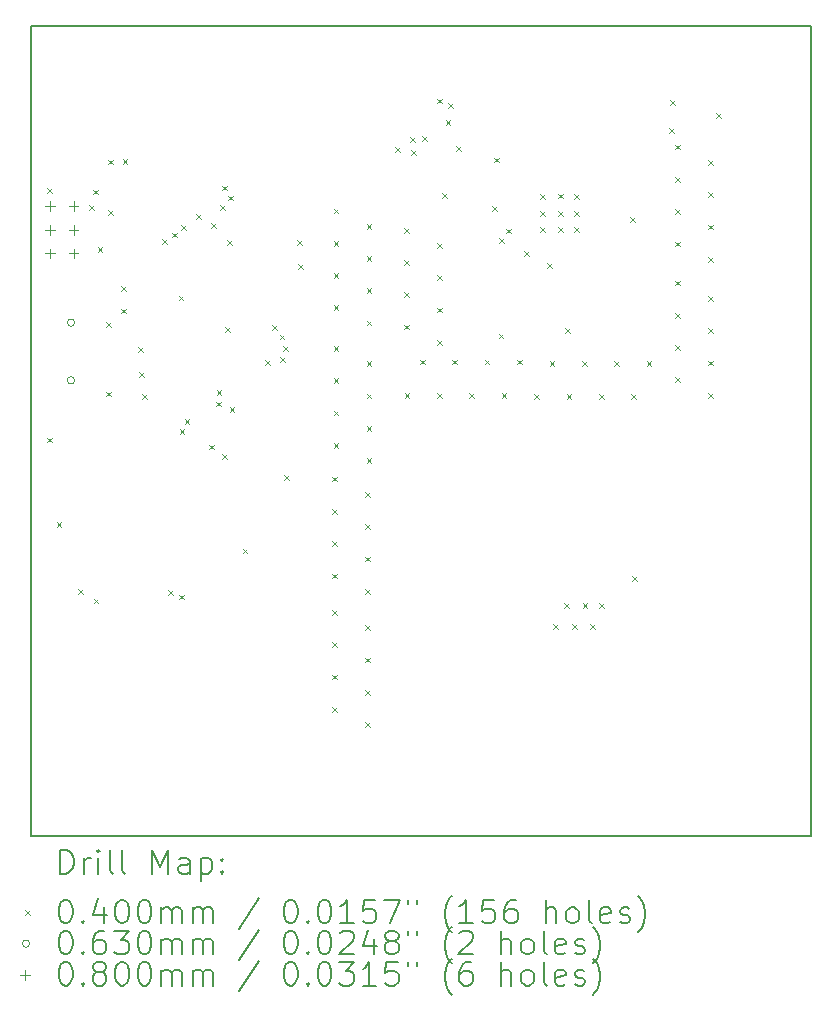
<source format=gbr>
%TF.GenerationSoftware,KiCad,Pcbnew,(6.0.7)*%
%TF.CreationDate,2022-11-15T16:12:31-05:00*%
%TF.ProjectId,DCA_USMR_sch,4443415f-5553-44d5-925f-7363682e6b69,v1.3*%
%TF.SameCoordinates,Original*%
%TF.FileFunction,Drillmap*%
%TF.FilePolarity,Positive*%
%FSLAX45Y45*%
G04 Gerber Fmt 4.5, Leading zero omitted, Abs format (unit mm)*
G04 Created by KiCad (PCBNEW (6.0.7)) date 2022-11-15 16:12:31*
%MOMM*%
%LPD*%
G01*
G04 APERTURE LIST*
%ADD10C,0.200000*%
%ADD11C,0.040000*%
%ADD12C,0.063000*%
%ADD13C,0.080000*%
G04 APERTURE END LIST*
D10*
X20098000Y-9221000D02*
X26702000Y-9221000D01*
X26702000Y-9221000D02*
X26702000Y-16080000D01*
X26702000Y-16080000D02*
X20098000Y-16080000D01*
X20098000Y-16080000D02*
X20098000Y-9221000D01*
D11*
X20236000Y-10598000D02*
X20276000Y-10638000D01*
X20276000Y-10598000D02*
X20236000Y-10638000D01*
X20238097Y-12708728D02*
X20278097Y-12748728D01*
X20278097Y-12708728D02*
X20238097Y-12748728D01*
X20316110Y-13424822D02*
X20356110Y-13464822D01*
X20356110Y-13424822D02*
X20316110Y-13464822D01*
X20500000Y-13990000D02*
X20540000Y-14030000D01*
X20540000Y-13990000D02*
X20500000Y-14030000D01*
X20590000Y-10743000D02*
X20630000Y-10783000D01*
X20630000Y-10743000D02*
X20590000Y-10783000D01*
X20626881Y-10609141D02*
X20666881Y-10649141D01*
X20666881Y-10609141D02*
X20626881Y-10649141D01*
X20630000Y-14072450D02*
X20670000Y-14112450D01*
X20670000Y-14072450D02*
X20630000Y-14112450D01*
X20663000Y-11098100D02*
X20703000Y-11138100D01*
X20703000Y-11098100D02*
X20663000Y-11138100D01*
X20737165Y-11729660D02*
X20777165Y-11769660D01*
X20777165Y-11729660D02*
X20737165Y-11769660D01*
X20737165Y-12319660D02*
X20777165Y-12359660D01*
X20777165Y-12319660D02*
X20737165Y-12359660D01*
X20751000Y-10783450D02*
X20791000Y-10823450D01*
X20791000Y-10783450D02*
X20751000Y-10823450D01*
X20754000Y-10357000D02*
X20794000Y-10397000D01*
X20794000Y-10357000D02*
X20754000Y-10397000D01*
X20860165Y-11616660D02*
X20900165Y-11656660D01*
X20900165Y-11616660D02*
X20860165Y-11656660D01*
X20861665Y-11425160D02*
X20901665Y-11465160D01*
X20901665Y-11425160D02*
X20861665Y-11465160D01*
X20874000Y-10353000D02*
X20914000Y-10393000D01*
X20914000Y-10353000D02*
X20874000Y-10393000D01*
X21007165Y-11942210D02*
X21047165Y-11982210D01*
X21047165Y-11942210D02*
X21007165Y-11982210D01*
X21013191Y-12152110D02*
X21053191Y-12192110D01*
X21053191Y-12152110D02*
X21013191Y-12192110D01*
X21037165Y-12339660D02*
X21077165Y-12379660D01*
X21077165Y-12339660D02*
X21037165Y-12379660D01*
X21210000Y-11030000D02*
X21250000Y-11070000D01*
X21250000Y-11030000D02*
X21210000Y-11070000D01*
X21260000Y-14000000D02*
X21300000Y-14040000D01*
X21300000Y-14000000D02*
X21260000Y-14040000D01*
X21292899Y-10974163D02*
X21332899Y-11014163D01*
X21332899Y-10974163D02*
X21292899Y-11014163D01*
X21347643Y-11507260D02*
X21387643Y-11547260D01*
X21387643Y-11507260D02*
X21347643Y-11547260D01*
X21351798Y-14039536D02*
X21391798Y-14079536D01*
X21391798Y-14039536D02*
X21351798Y-14079536D01*
X21357212Y-12640328D02*
X21397212Y-12680328D01*
X21397212Y-12640328D02*
X21357212Y-12680328D01*
X21371867Y-10912892D02*
X21411867Y-10952892D01*
X21411867Y-10912892D02*
X21371867Y-10952892D01*
X21400000Y-12550000D02*
X21440000Y-12590000D01*
X21440000Y-12550000D02*
X21400000Y-12590000D01*
X21498775Y-10818775D02*
X21538775Y-10858775D01*
X21538775Y-10818775D02*
X21498775Y-10858775D01*
X21610000Y-12770000D02*
X21650000Y-12810000D01*
X21650000Y-12770000D02*
X21610000Y-12810000D01*
X21626270Y-10896270D02*
X21666270Y-10936270D01*
X21666270Y-10896270D02*
X21626270Y-10936270D01*
X21668744Y-12405954D02*
X21708744Y-12445954D01*
X21708744Y-12405954D02*
X21668744Y-12445954D01*
X21669404Y-12306006D02*
X21709404Y-12346006D01*
X21709404Y-12306006D02*
X21669404Y-12346006D01*
X21697550Y-10739960D02*
X21737550Y-10779960D01*
X21737550Y-10739960D02*
X21697550Y-10779960D01*
X21714163Y-10577101D02*
X21754163Y-10617101D01*
X21754163Y-10577101D02*
X21714163Y-10617101D01*
X21720000Y-12850000D02*
X21760000Y-12890000D01*
X21760000Y-12850000D02*
X21720000Y-12890000D01*
X21739644Y-11772140D02*
X21779644Y-11812140D01*
X21779644Y-11772140D02*
X21739644Y-11812140D01*
X21758850Y-11040000D02*
X21798850Y-11080000D01*
X21798850Y-11040000D02*
X21758850Y-11080000D01*
X21770000Y-10660000D02*
X21810000Y-10700000D01*
X21810000Y-10660000D02*
X21770000Y-10700000D01*
X21780000Y-12450000D02*
X21820000Y-12490000D01*
X21820000Y-12450000D02*
X21780000Y-12490000D01*
X21890000Y-13650000D02*
X21930000Y-13690000D01*
X21930000Y-13650000D02*
X21890000Y-13690000D01*
X22082854Y-12052854D02*
X22122854Y-12092854D01*
X22122854Y-12052854D02*
X22082854Y-12092854D01*
X22140000Y-11760000D02*
X22180000Y-11800000D01*
X22180000Y-11760000D02*
X22140000Y-11800000D01*
X22203481Y-11837202D02*
X22243481Y-11877202D01*
X22243481Y-11837202D02*
X22203481Y-11877202D01*
X22208035Y-12030133D02*
X22248035Y-12070133D01*
X22248035Y-12030133D02*
X22208035Y-12070133D01*
X22231815Y-11933052D02*
X22271815Y-11973052D01*
X22271815Y-11933052D02*
X22231815Y-11973052D01*
X22243784Y-13025459D02*
X22283784Y-13065459D01*
X22283784Y-13025459D02*
X22243784Y-13065459D01*
X22350000Y-11040000D02*
X22390000Y-11080000D01*
X22390000Y-11040000D02*
X22350000Y-11080000D01*
X22360000Y-11240000D02*
X22400000Y-11280000D01*
X22400000Y-11240000D02*
X22360000Y-11280000D01*
X22650000Y-13040000D02*
X22690000Y-13080000D01*
X22690000Y-13040000D02*
X22650000Y-13080000D01*
X22650000Y-13313333D02*
X22690000Y-13353333D01*
X22690000Y-13313333D02*
X22650000Y-13353333D01*
X22650000Y-13586667D02*
X22690000Y-13626667D01*
X22690000Y-13586667D02*
X22650000Y-13626667D01*
X22650000Y-13860000D02*
X22690000Y-13900000D01*
X22690000Y-13860000D02*
X22650000Y-13900000D01*
X22650000Y-14170000D02*
X22690000Y-14210000D01*
X22690000Y-14170000D02*
X22650000Y-14210000D01*
X22650000Y-14443333D02*
X22690000Y-14483333D01*
X22690000Y-14443333D02*
X22650000Y-14483333D01*
X22650000Y-14716667D02*
X22690000Y-14756667D01*
X22690000Y-14716667D02*
X22650000Y-14756667D01*
X22650000Y-14990000D02*
X22690000Y-15030000D01*
X22690000Y-14990000D02*
X22650000Y-15030000D01*
X22660000Y-10770000D02*
X22700000Y-10810000D01*
X22700000Y-10770000D02*
X22660000Y-10810000D01*
X22660000Y-11043333D02*
X22700000Y-11083333D01*
X22700000Y-11043333D02*
X22660000Y-11083333D01*
X22660000Y-11316667D02*
X22700000Y-11356667D01*
X22700000Y-11316667D02*
X22660000Y-11356667D01*
X22660000Y-11590000D02*
X22700000Y-11630000D01*
X22700000Y-11590000D02*
X22660000Y-11630000D01*
X22660000Y-11933333D02*
X22700000Y-11973333D01*
X22700000Y-11933333D02*
X22660000Y-11973333D01*
X22660000Y-12206667D02*
X22700000Y-12246667D01*
X22700000Y-12206667D02*
X22660000Y-12246667D01*
X22660000Y-12480000D02*
X22700000Y-12520000D01*
X22700000Y-12480000D02*
X22660000Y-12520000D01*
X22660000Y-12753333D02*
X22700000Y-12793333D01*
X22700000Y-12753333D02*
X22660000Y-12793333D01*
X22930000Y-13170000D02*
X22970000Y-13210000D01*
X22970000Y-13170000D02*
X22930000Y-13210000D01*
X22930000Y-13443333D02*
X22970000Y-13483333D01*
X22970000Y-13443333D02*
X22930000Y-13483333D01*
X22930000Y-13716667D02*
X22970000Y-13756667D01*
X22970000Y-13716667D02*
X22930000Y-13756667D01*
X22930000Y-13990000D02*
X22970000Y-14030000D01*
X22970000Y-13990000D02*
X22930000Y-14030000D01*
X22930000Y-14300000D02*
X22970000Y-14340000D01*
X22970000Y-14300000D02*
X22930000Y-14340000D01*
X22930000Y-14573333D02*
X22970000Y-14613333D01*
X22970000Y-14573333D02*
X22930000Y-14613333D01*
X22930000Y-14846667D02*
X22970000Y-14886667D01*
X22970000Y-14846667D02*
X22930000Y-14886667D01*
X22930000Y-15120000D02*
X22970000Y-15160000D01*
X22970000Y-15120000D02*
X22930000Y-15160000D01*
X22940000Y-10900000D02*
X22980000Y-10940000D01*
X22980000Y-10900000D02*
X22940000Y-10940000D01*
X22940000Y-11173333D02*
X22980000Y-11213333D01*
X22980000Y-11173333D02*
X22940000Y-11213333D01*
X22940000Y-11446667D02*
X22980000Y-11486667D01*
X22980000Y-11446667D02*
X22940000Y-11486667D01*
X22940000Y-11720000D02*
X22980000Y-11760000D01*
X22980000Y-11720000D02*
X22940000Y-11760000D01*
X22940000Y-12063333D02*
X22980000Y-12103333D01*
X22980000Y-12063333D02*
X22940000Y-12103333D01*
X22940000Y-12336667D02*
X22980000Y-12376667D01*
X22980000Y-12336667D02*
X22940000Y-12376667D01*
X22940000Y-12610000D02*
X22980000Y-12650000D01*
X22980000Y-12610000D02*
X22940000Y-12650000D01*
X22940000Y-12883333D02*
X22980000Y-12923333D01*
X22980000Y-12883333D02*
X22940000Y-12923333D01*
X23180000Y-10252450D02*
X23220000Y-10292450D01*
X23220000Y-10252450D02*
X23180000Y-10292450D01*
X23260000Y-10933333D02*
X23300000Y-10973333D01*
X23300000Y-10933333D02*
X23260000Y-10973333D01*
X23260000Y-11206667D02*
X23300000Y-11246667D01*
X23300000Y-11206667D02*
X23260000Y-11246667D01*
X23260000Y-11480000D02*
X23300000Y-11520000D01*
X23300000Y-11480000D02*
X23260000Y-11520000D01*
X23260000Y-11753333D02*
X23300000Y-11793333D01*
X23300000Y-11753333D02*
X23260000Y-11793333D01*
X23263333Y-12330000D02*
X23303333Y-12370000D01*
X23303333Y-12330000D02*
X23263333Y-12370000D01*
X23310000Y-10162450D02*
X23350000Y-10202450D01*
X23350000Y-10162450D02*
X23310000Y-10202450D01*
X23317724Y-10272714D02*
X23357724Y-10312714D01*
X23357724Y-10272714D02*
X23317724Y-10312714D01*
X23393333Y-12050000D02*
X23433333Y-12090000D01*
X23433333Y-12050000D02*
X23393333Y-12090000D01*
X23412505Y-10157495D02*
X23452505Y-10197495D01*
X23452505Y-10157495D02*
X23412505Y-10197495D01*
X23536667Y-12330000D02*
X23576667Y-12370000D01*
X23576667Y-12330000D02*
X23536667Y-12370000D01*
X23537655Y-9839308D02*
X23577655Y-9879308D01*
X23577655Y-9839308D02*
X23537655Y-9879308D01*
X23540000Y-11063333D02*
X23580000Y-11103333D01*
X23580000Y-11063333D02*
X23540000Y-11103333D01*
X23540000Y-11336667D02*
X23580000Y-11376667D01*
X23580000Y-11336667D02*
X23540000Y-11376667D01*
X23540000Y-11610000D02*
X23580000Y-11650000D01*
X23580000Y-11610000D02*
X23540000Y-11650000D01*
X23540000Y-11883333D02*
X23580000Y-11923333D01*
X23580000Y-11883333D02*
X23540000Y-11923333D01*
X23579437Y-10640563D02*
X23619437Y-10680563D01*
X23619437Y-10640563D02*
X23579437Y-10680563D01*
X23610005Y-10022450D02*
X23650005Y-10062450D01*
X23650005Y-10022450D02*
X23610005Y-10062450D01*
X23630000Y-9877550D02*
X23670000Y-9917550D01*
X23670000Y-9877550D02*
X23630000Y-9917550D01*
X23666667Y-12050000D02*
X23706667Y-12090000D01*
X23706667Y-12050000D02*
X23666667Y-12090000D01*
X23700000Y-10240000D02*
X23740000Y-10280000D01*
X23740000Y-10240000D02*
X23700000Y-10280000D01*
X23810000Y-12330000D02*
X23850000Y-12370000D01*
X23850000Y-12330000D02*
X23810000Y-12370000D01*
X23940000Y-12050000D02*
X23980000Y-12090000D01*
X23980000Y-12050000D02*
X23940000Y-12090000D01*
X24000000Y-10750000D02*
X24040000Y-10790000D01*
X24040000Y-10750000D02*
X24000000Y-10790000D01*
X24020000Y-10340000D02*
X24060000Y-10380000D01*
X24060000Y-10340000D02*
X24020000Y-10380000D01*
X24057500Y-11828200D02*
X24097500Y-11868200D01*
X24097500Y-11828200D02*
X24057500Y-11868200D01*
X24064380Y-11023045D02*
X24104380Y-11063045D01*
X24104380Y-11023045D02*
X24064380Y-11063045D01*
X24083333Y-12330000D02*
X24123333Y-12370000D01*
X24123333Y-12330000D02*
X24083333Y-12370000D01*
X24120000Y-10940000D02*
X24160000Y-10980000D01*
X24160000Y-10940000D02*
X24120000Y-10980000D01*
X24213333Y-12050000D02*
X24253333Y-12090000D01*
X24253333Y-12050000D02*
X24213333Y-12090000D01*
X24271500Y-11130000D02*
X24311500Y-11170000D01*
X24311500Y-11130000D02*
X24271500Y-11170000D01*
X24360000Y-12340000D02*
X24400000Y-12380000D01*
X24400000Y-12340000D02*
X24360000Y-12380000D01*
X24408867Y-10645566D02*
X24448867Y-10685566D01*
X24448867Y-10645566D02*
X24408867Y-10685566D01*
X24410000Y-10790000D02*
X24450000Y-10830000D01*
X24450000Y-10790000D02*
X24410000Y-10830000D01*
X24410000Y-10930000D02*
X24450000Y-10970000D01*
X24450000Y-10930000D02*
X24410000Y-10970000D01*
X24470000Y-11230000D02*
X24510000Y-11270000D01*
X24510000Y-11230000D02*
X24470000Y-11270000D01*
X24490000Y-12060000D02*
X24530000Y-12100000D01*
X24530000Y-12060000D02*
X24490000Y-12100000D01*
X24520000Y-14290000D02*
X24560000Y-14330000D01*
X24560000Y-14290000D02*
X24520000Y-14330000D01*
X24560000Y-10644088D02*
X24600000Y-10684088D01*
X24600000Y-10644088D02*
X24560000Y-10684088D01*
X24560000Y-10790000D02*
X24600000Y-10830000D01*
X24600000Y-10790000D02*
X24560000Y-10830000D01*
X24560000Y-10930000D02*
X24600000Y-10970000D01*
X24600000Y-10930000D02*
X24560000Y-10970000D01*
X24610000Y-14110000D02*
X24650000Y-14150000D01*
X24650000Y-14110000D02*
X24610000Y-14150000D01*
X24620000Y-11780000D02*
X24660000Y-11820000D01*
X24660000Y-11780000D02*
X24620000Y-11820000D01*
X24633333Y-12340000D02*
X24673333Y-12380000D01*
X24673333Y-12340000D02*
X24633333Y-12380000D01*
X24680000Y-14290000D02*
X24720000Y-14330000D01*
X24720000Y-14290000D02*
X24680000Y-14330000D01*
X24700000Y-10644964D02*
X24740000Y-10684964D01*
X24740000Y-10644964D02*
X24700000Y-10684964D01*
X24700000Y-10790000D02*
X24740000Y-10830000D01*
X24740000Y-10790000D02*
X24700000Y-10830000D01*
X24700000Y-10930000D02*
X24740000Y-10970000D01*
X24740000Y-10930000D02*
X24700000Y-10970000D01*
X24763333Y-12060000D02*
X24803333Y-12100000D01*
X24803333Y-12060000D02*
X24763333Y-12100000D01*
X24770000Y-14110000D02*
X24810000Y-14150000D01*
X24810000Y-14110000D02*
X24770000Y-14150000D01*
X24830000Y-14290000D02*
X24870000Y-14330000D01*
X24870000Y-14290000D02*
X24830000Y-14330000D01*
X24906667Y-12340000D02*
X24946667Y-12380000D01*
X24946667Y-12340000D02*
X24906667Y-12380000D01*
X24910000Y-14110000D02*
X24950000Y-14150000D01*
X24950000Y-14110000D02*
X24910000Y-14150000D01*
X25036667Y-12060000D02*
X25076667Y-12100000D01*
X25076667Y-12060000D02*
X25036667Y-12100000D01*
X25170000Y-10840000D02*
X25210000Y-10880000D01*
X25210000Y-10840000D02*
X25170000Y-10880000D01*
X25180000Y-12340000D02*
X25220000Y-12380000D01*
X25220000Y-12340000D02*
X25180000Y-12380000D01*
X25190000Y-13880000D02*
X25230000Y-13920000D01*
X25230000Y-13880000D02*
X25190000Y-13920000D01*
X25310000Y-12060000D02*
X25350000Y-12100000D01*
X25350000Y-12060000D02*
X25310000Y-12100000D01*
X25500000Y-10090000D02*
X25540000Y-10130000D01*
X25540000Y-10090000D02*
X25500000Y-10130000D01*
X25510000Y-9850000D02*
X25550000Y-9890000D01*
X25550000Y-9850000D02*
X25510000Y-9890000D01*
X25550000Y-10230000D02*
X25590000Y-10270000D01*
X25590000Y-10230000D02*
X25550000Y-10270000D01*
X25550000Y-10503333D02*
X25590000Y-10543333D01*
X25590000Y-10503333D02*
X25550000Y-10543333D01*
X25550000Y-10776667D02*
X25590000Y-10816667D01*
X25590000Y-10776667D02*
X25550000Y-10816667D01*
X25550000Y-11050000D02*
X25590000Y-11090000D01*
X25590000Y-11050000D02*
X25550000Y-11090000D01*
X25550000Y-11380000D02*
X25590000Y-11420000D01*
X25590000Y-11380000D02*
X25550000Y-11420000D01*
X25550000Y-11653333D02*
X25590000Y-11693333D01*
X25590000Y-11653333D02*
X25550000Y-11693333D01*
X25550000Y-11926667D02*
X25590000Y-11966667D01*
X25590000Y-11926667D02*
X25550000Y-11966667D01*
X25550000Y-12200000D02*
X25590000Y-12240000D01*
X25590000Y-12200000D02*
X25550000Y-12240000D01*
X25830000Y-10360000D02*
X25870000Y-10400000D01*
X25870000Y-10360000D02*
X25830000Y-10400000D01*
X25830000Y-10633333D02*
X25870000Y-10673333D01*
X25870000Y-10633333D02*
X25830000Y-10673333D01*
X25830000Y-10906667D02*
X25870000Y-10946667D01*
X25870000Y-10906667D02*
X25830000Y-10946667D01*
X25830000Y-11180000D02*
X25870000Y-11220000D01*
X25870000Y-11180000D02*
X25830000Y-11220000D01*
X25830000Y-11510000D02*
X25870000Y-11550000D01*
X25870000Y-11510000D02*
X25830000Y-11550000D01*
X25830000Y-11783333D02*
X25870000Y-11823333D01*
X25870000Y-11783333D02*
X25830000Y-11823333D01*
X25830000Y-12056667D02*
X25870000Y-12096667D01*
X25870000Y-12056667D02*
X25830000Y-12096667D01*
X25830000Y-12330000D02*
X25870000Y-12370000D01*
X25870000Y-12330000D02*
X25830000Y-12370000D01*
X25897000Y-9963000D02*
X25937000Y-10003000D01*
X25937000Y-9963000D02*
X25897000Y-10003000D01*
D12*
X20468665Y-11735660D02*
G75*
G03*
X20468665Y-11735660I-31500J0D01*
G01*
X20468665Y-12223660D02*
G75*
G03*
X20468665Y-12223660I-31500J0D01*
G01*
D13*
X20260000Y-10710000D02*
X20260000Y-10790000D01*
X20220000Y-10750000D02*
X20300000Y-10750000D01*
X20260000Y-10910000D02*
X20260000Y-10990000D01*
X20220000Y-10950000D02*
X20300000Y-10950000D01*
X20260000Y-11110000D02*
X20260000Y-11190000D01*
X20220000Y-11150000D02*
X20300000Y-11150000D01*
X20460000Y-10710000D02*
X20460000Y-10790000D01*
X20420000Y-10750000D02*
X20500000Y-10750000D01*
X20460000Y-10910000D02*
X20460000Y-10990000D01*
X20420000Y-10950000D02*
X20500000Y-10950000D01*
X20460000Y-11110000D02*
X20460000Y-11190000D01*
X20420000Y-11150000D02*
X20500000Y-11150000D01*
D10*
X20345619Y-16400476D02*
X20345619Y-16200476D01*
X20393238Y-16200476D01*
X20421810Y-16210000D01*
X20440857Y-16229048D01*
X20450381Y-16248095D01*
X20459905Y-16286190D01*
X20459905Y-16314762D01*
X20450381Y-16352857D01*
X20440857Y-16371905D01*
X20421810Y-16390952D01*
X20393238Y-16400476D01*
X20345619Y-16400476D01*
X20545619Y-16400476D02*
X20545619Y-16267143D01*
X20545619Y-16305238D02*
X20555143Y-16286190D01*
X20564667Y-16276667D01*
X20583714Y-16267143D01*
X20602762Y-16267143D01*
X20669429Y-16400476D02*
X20669429Y-16267143D01*
X20669429Y-16200476D02*
X20659905Y-16210000D01*
X20669429Y-16219524D01*
X20678952Y-16210000D01*
X20669429Y-16200476D01*
X20669429Y-16219524D01*
X20793238Y-16400476D02*
X20774190Y-16390952D01*
X20764667Y-16371905D01*
X20764667Y-16200476D01*
X20898000Y-16400476D02*
X20878952Y-16390952D01*
X20869429Y-16371905D01*
X20869429Y-16200476D01*
X21126571Y-16400476D02*
X21126571Y-16200476D01*
X21193238Y-16343333D01*
X21259905Y-16200476D01*
X21259905Y-16400476D01*
X21440857Y-16400476D02*
X21440857Y-16295714D01*
X21431333Y-16276667D01*
X21412286Y-16267143D01*
X21374190Y-16267143D01*
X21355143Y-16276667D01*
X21440857Y-16390952D02*
X21421810Y-16400476D01*
X21374190Y-16400476D01*
X21355143Y-16390952D01*
X21345619Y-16371905D01*
X21345619Y-16352857D01*
X21355143Y-16333809D01*
X21374190Y-16324286D01*
X21421810Y-16324286D01*
X21440857Y-16314762D01*
X21536095Y-16267143D02*
X21536095Y-16467143D01*
X21536095Y-16276667D02*
X21555143Y-16267143D01*
X21593238Y-16267143D01*
X21612286Y-16276667D01*
X21621810Y-16286190D01*
X21631333Y-16305238D01*
X21631333Y-16362381D01*
X21621810Y-16381428D01*
X21612286Y-16390952D01*
X21593238Y-16400476D01*
X21555143Y-16400476D01*
X21536095Y-16390952D01*
X21717048Y-16381428D02*
X21726571Y-16390952D01*
X21717048Y-16400476D01*
X21707524Y-16390952D01*
X21717048Y-16381428D01*
X21717048Y-16400476D01*
X21717048Y-16276667D02*
X21726571Y-16286190D01*
X21717048Y-16295714D01*
X21707524Y-16286190D01*
X21717048Y-16276667D01*
X21717048Y-16295714D01*
D11*
X20048000Y-16710000D02*
X20088000Y-16750000D01*
X20088000Y-16710000D02*
X20048000Y-16750000D01*
D10*
X20383714Y-16620476D02*
X20402762Y-16620476D01*
X20421810Y-16630000D01*
X20431333Y-16639524D01*
X20440857Y-16658571D01*
X20450381Y-16696667D01*
X20450381Y-16744286D01*
X20440857Y-16782381D01*
X20431333Y-16801429D01*
X20421810Y-16810952D01*
X20402762Y-16820476D01*
X20383714Y-16820476D01*
X20364667Y-16810952D01*
X20355143Y-16801429D01*
X20345619Y-16782381D01*
X20336095Y-16744286D01*
X20336095Y-16696667D01*
X20345619Y-16658571D01*
X20355143Y-16639524D01*
X20364667Y-16630000D01*
X20383714Y-16620476D01*
X20536095Y-16801429D02*
X20545619Y-16810952D01*
X20536095Y-16820476D01*
X20526571Y-16810952D01*
X20536095Y-16801429D01*
X20536095Y-16820476D01*
X20717048Y-16687143D02*
X20717048Y-16820476D01*
X20669429Y-16610952D02*
X20621810Y-16753809D01*
X20745619Y-16753809D01*
X20859905Y-16620476D02*
X20878952Y-16620476D01*
X20898000Y-16630000D01*
X20907524Y-16639524D01*
X20917048Y-16658571D01*
X20926571Y-16696667D01*
X20926571Y-16744286D01*
X20917048Y-16782381D01*
X20907524Y-16801429D01*
X20898000Y-16810952D01*
X20878952Y-16820476D01*
X20859905Y-16820476D01*
X20840857Y-16810952D01*
X20831333Y-16801429D01*
X20821810Y-16782381D01*
X20812286Y-16744286D01*
X20812286Y-16696667D01*
X20821810Y-16658571D01*
X20831333Y-16639524D01*
X20840857Y-16630000D01*
X20859905Y-16620476D01*
X21050381Y-16620476D02*
X21069429Y-16620476D01*
X21088476Y-16630000D01*
X21098000Y-16639524D01*
X21107524Y-16658571D01*
X21117048Y-16696667D01*
X21117048Y-16744286D01*
X21107524Y-16782381D01*
X21098000Y-16801429D01*
X21088476Y-16810952D01*
X21069429Y-16820476D01*
X21050381Y-16820476D01*
X21031333Y-16810952D01*
X21021810Y-16801429D01*
X21012286Y-16782381D01*
X21002762Y-16744286D01*
X21002762Y-16696667D01*
X21012286Y-16658571D01*
X21021810Y-16639524D01*
X21031333Y-16630000D01*
X21050381Y-16620476D01*
X21202762Y-16820476D02*
X21202762Y-16687143D01*
X21202762Y-16706190D02*
X21212286Y-16696667D01*
X21231333Y-16687143D01*
X21259905Y-16687143D01*
X21278952Y-16696667D01*
X21288476Y-16715714D01*
X21288476Y-16820476D01*
X21288476Y-16715714D02*
X21298000Y-16696667D01*
X21317048Y-16687143D01*
X21345619Y-16687143D01*
X21364667Y-16696667D01*
X21374190Y-16715714D01*
X21374190Y-16820476D01*
X21469429Y-16820476D02*
X21469429Y-16687143D01*
X21469429Y-16706190D02*
X21478952Y-16696667D01*
X21498000Y-16687143D01*
X21526571Y-16687143D01*
X21545619Y-16696667D01*
X21555143Y-16715714D01*
X21555143Y-16820476D01*
X21555143Y-16715714D02*
X21564667Y-16696667D01*
X21583714Y-16687143D01*
X21612286Y-16687143D01*
X21631333Y-16696667D01*
X21640857Y-16715714D01*
X21640857Y-16820476D01*
X22031333Y-16610952D02*
X21859905Y-16868095D01*
X22288476Y-16620476D02*
X22307524Y-16620476D01*
X22326571Y-16630000D01*
X22336095Y-16639524D01*
X22345619Y-16658571D01*
X22355143Y-16696667D01*
X22355143Y-16744286D01*
X22345619Y-16782381D01*
X22336095Y-16801429D01*
X22326571Y-16810952D01*
X22307524Y-16820476D01*
X22288476Y-16820476D01*
X22269429Y-16810952D01*
X22259905Y-16801429D01*
X22250381Y-16782381D01*
X22240857Y-16744286D01*
X22240857Y-16696667D01*
X22250381Y-16658571D01*
X22259905Y-16639524D01*
X22269429Y-16630000D01*
X22288476Y-16620476D01*
X22440857Y-16801429D02*
X22450381Y-16810952D01*
X22440857Y-16820476D01*
X22431333Y-16810952D01*
X22440857Y-16801429D01*
X22440857Y-16820476D01*
X22574190Y-16620476D02*
X22593238Y-16620476D01*
X22612286Y-16630000D01*
X22621809Y-16639524D01*
X22631333Y-16658571D01*
X22640857Y-16696667D01*
X22640857Y-16744286D01*
X22631333Y-16782381D01*
X22621809Y-16801429D01*
X22612286Y-16810952D01*
X22593238Y-16820476D01*
X22574190Y-16820476D01*
X22555143Y-16810952D01*
X22545619Y-16801429D01*
X22536095Y-16782381D01*
X22526571Y-16744286D01*
X22526571Y-16696667D01*
X22536095Y-16658571D01*
X22545619Y-16639524D01*
X22555143Y-16630000D01*
X22574190Y-16620476D01*
X22831333Y-16820476D02*
X22717048Y-16820476D01*
X22774190Y-16820476D02*
X22774190Y-16620476D01*
X22755143Y-16649048D01*
X22736095Y-16668095D01*
X22717048Y-16677619D01*
X23012286Y-16620476D02*
X22917048Y-16620476D01*
X22907524Y-16715714D01*
X22917048Y-16706190D01*
X22936095Y-16696667D01*
X22983714Y-16696667D01*
X23002762Y-16706190D01*
X23012286Y-16715714D01*
X23021809Y-16734762D01*
X23021809Y-16782381D01*
X23012286Y-16801429D01*
X23002762Y-16810952D01*
X22983714Y-16820476D01*
X22936095Y-16820476D01*
X22917048Y-16810952D01*
X22907524Y-16801429D01*
X23088476Y-16620476D02*
X23221809Y-16620476D01*
X23136095Y-16820476D01*
X23288476Y-16620476D02*
X23288476Y-16658571D01*
X23364667Y-16620476D02*
X23364667Y-16658571D01*
X23659905Y-16896667D02*
X23650381Y-16887143D01*
X23631333Y-16858571D01*
X23621809Y-16839524D01*
X23612286Y-16810952D01*
X23602762Y-16763333D01*
X23602762Y-16725238D01*
X23612286Y-16677619D01*
X23621809Y-16649048D01*
X23631333Y-16630000D01*
X23650381Y-16601428D01*
X23659905Y-16591905D01*
X23840857Y-16820476D02*
X23726571Y-16820476D01*
X23783714Y-16820476D02*
X23783714Y-16620476D01*
X23764667Y-16649048D01*
X23745619Y-16668095D01*
X23726571Y-16677619D01*
X24021809Y-16620476D02*
X23926571Y-16620476D01*
X23917048Y-16715714D01*
X23926571Y-16706190D01*
X23945619Y-16696667D01*
X23993238Y-16696667D01*
X24012286Y-16706190D01*
X24021809Y-16715714D01*
X24031333Y-16734762D01*
X24031333Y-16782381D01*
X24021809Y-16801429D01*
X24012286Y-16810952D01*
X23993238Y-16820476D01*
X23945619Y-16820476D01*
X23926571Y-16810952D01*
X23917048Y-16801429D01*
X24202762Y-16620476D02*
X24164667Y-16620476D01*
X24145619Y-16630000D01*
X24136095Y-16639524D01*
X24117048Y-16668095D01*
X24107524Y-16706190D01*
X24107524Y-16782381D01*
X24117048Y-16801429D01*
X24126571Y-16810952D01*
X24145619Y-16820476D01*
X24183714Y-16820476D01*
X24202762Y-16810952D01*
X24212286Y-16801429D01*
X24221809Y-16782381D01*
X24221809Y-16734762D01*
X24212286Y-16715714D01*
X24202762Y-16706190D01*
X24183714Y-16696667D01*
X24145619Y-16696667D01*
X24126571Y-16706190D01*
X24117048Y-16715714D01*
X24107524Y-16734762D01*
X24459905Y-16820476D02*
X24459905Y-16620476D01*
X24545619Y-16820476D02*
X24545619Y-16715714D01*
X24536095Y-16696667D01*
X24517048Y-16687143D01*
X24488476Y-16687143D01*
X24469428Y-16696667D01*
X24459905Y-16706190D01*
X24669428Y-16820476D02*
X24650381Y-16810952D01*
X24640857Y-16801429D01*
X24631333Y-16782381D01*
X24631333Y-16725238D01*
X24640857Y-16706190D01*
X24650381Y-16696667D01*
X24669428Y-16687143D01*
X24698000Y-16687143D01*
X24717048Y-16696667D01*
X24726571Y-16706190D01*
X24736095Y-16725238D01*
X24736095Y-16782381D01*
X24726571Y-16801429D01*
X24717048Y-16810952D01*
X24698000Y-16820476D01*
X24669428Y-16820476D01*
X24850381Y-16820476D02*
X24831333Y-16810952D01*
X24821809Y-16791905D01*
X24821809Y-16620476D01*
X25002762Y-16810952D02*
X24983714Y-16820476D01*
X24945619Y-16820476D01*
X24926571Y-16810952D01*
X24917048Y-16791905D01*
X24917048Y-16715714D01*
X24926571Y-16696667D01*
X24945619Y-16687143D01*
X24983714Y-16687143D01*
X25002762Y-16696667D01*
X25012286Y-16715714D01*
X25012286Y-16734762D01*
X24917048Y-16753809D01*
X25088476Y-16810952D02*
X25107524Y-16820476D01*
X25145619Y-16820476D01*
X25164667Y-16810952D01*
X25174190Y-16791905D01*
X25174190Y-16782381D01*
X25164667Y-16763333D01*
X25145619Y-16753809D01*
X25117048Y-16753809D01*
X25098000Y-16744286D01*
X25088476Y-16725238D01*
X25088476Y-16715714D01*
X25098000Y-16696667D01*
X25117048Y-16687143D01*
X25145619Y-16687143D01*
X25164667Y-16696667D01*
X25240857Y-16896667D02*
X25250381Y-16887143D01*
X25269428Y-16858571D01*
X25278952Y-16839524D01*
X25288476Y-16810952D01*
X25298000Y-16763333D01*
X25298000Y-16725238D01*
X25288476Y-16677619D01*
X25278952Y-16649048D01*
X25269428Y-16630000D01*
X25250381Y-16601428D01*
X25240857Y-16591905D01*
D12*
X20088000Y-16994000D02*
G75*
G03*
X20088000Y-16994000I-31500J0D01*
G01*
D10*
X20383714Y-16884476D02*
X20402762Y-16884476D01*
X20421810Y-16894000D01*
X20431333Y-16903524D01*
X20440857Y-16922571D01*
X20450381Y-16960667D01*
X20450381Y-17008286D01*
X20440857Y-17046381D01*
X20431333Y-17065429D01*
X20421810Y-17074952D01*
X20402762Y-17084476D01*
X20383714Y-17084476D01*
X20364667Y-17074952D01*
X20355143Y-17065429D01*
X20345619Y-17046381D01*
X20336095Y-17008286D01*
X20336095Y-16960667D01*
X20345619Y-16922571D01*
X20355143Y-16903524D01*
X20364667Y-16894000D01*
X20383714Y-16884476D01*
X20536095Y-17065429D02*
X20545619Y-17074952D01*
X20536095Y-17084476D01*
X20526571Y-17074952D01*
X20536095Y-17065429D01*
X20536095Y-17084476D01*
X20717048Y-16884476D02*
X20678952Y-16884476D01*
X20659905Y-16894000D01*
X20650381Y-16903524D01*
X20631333Y-16932095D01*
X20621810Y-16970190D01*
X20621810Y-17046381D01*
X20631333Y-17065429D01*
X20640857Y-17074952D01*
X20659905Y-17084476D01*
X20698000Y-17084476D01*
X20717048Y-17074952D01*
X20726571Y-17065429D01*
X20736095Y-17046381D01*
X20736095Y-16998762D01*
X20726571Y-16979714D01*
X20717048Y-16970190D01*
X20698000Y-16960667D01*
X20659905Y-16960667D01*
X20640857Y-16970190D01*
X20631333Y-16979714D01*
X20621810Y-16998762D01*
X20802762Y-16884476D02*
X20926571Y-16884476D01*
X20859905Y-16960667D01*
X20888476Y-16960667D01*
X20907524Y-16970190D01*
X20917048Y-16979714D01*
X20926571Y-16998762D01*
X20926571Y-17046381D01*
X20917048Y-17065429D01*
X20907524Y-17074952D01*
X20888476Y-17084476D01*
X20831333Y-17084476D01*
X20812286Y-17074952D01*
X20802762Y-17065429D01*
X21050381Y-16884476D02*
X21069429Y-16884476D01*
X21088476Y-16894000D01*
X21098000Y-16903524D01*
X21107524Y-16922571D01*
X21117048Y-16960667D01*
X21117048Y-17008286D01*
X21107524Y-17046381D01*
X21098000Y-17065429D01*
X21088476Y-17074952D01*
X21069429Y-17084476D01*
X21050381Y-17084476D01*
X21031333Y-17074952D01*
X21021810Y-17065429D01*
X21012286Y-17046381D01*
X21002762Y-17008286D01*
X21002762Y-16960667D01*
X21012286Y-16922571D01*
X21021810Y-16903524D01*
X21031333Y-16894000D01*
X21050381Y-16884476D01*
X21202762Y-17084476D02*
X21202762Y-16951143D01*
X21202762Y-16970190D02*
X21212286Y-16960667D01*
X21231333Y-16951143D01*
X21259905Y-16951143D01*
X21278952Y-16960667D01*
X21288476Y-16979714D01*
X21288476Y-17084476D01*
X21288476Y-16979714D02*
X21298000Y-16960667D01*
X21317048Y-16951143D01*
X21345619Y-16951143D01*
X21364667Y-16960667D01*
X21374190Y-16979714D01*
X21374190Y-17084476D01*
X21469429Y-17084476D02*
X21469429Y-16951143D01*
X21469429Y-16970190D02*
X21478952Y-16960667D01*
X21498000Y-16951143D01*
X21526571Y-16951143D01*
X21545619Y-16960667D01*
X21555143Y-16979714D01*
X21555143Y-17084476D01*
X21555143Y-16979714D02*
X21564667Y-16960667D01*
X21583714Y-16951143D01*
X21612286Y-16951143D01*
X21631333Y-16960667D01*
X21640857Y-16979714D01*
X21640857Y-17084476D01*
X22031333Y-16874952D02*
X21859905Y-17132095D01*
X22288476Y-16884476D02*
X22307524Y-16884476D01*
X22326571Y-16894000D01*
X22336095Y-16903524D01*
X22345619Y-16922571D01*
X22355143Y-16960667D01*
X22355143Y-17008286D01*
X22345619Y-17046381D01*
X22336095Y-17065429D01*
X22326571Y-17074952D01*
X22307524Y-17084476D01*
X22288476Y-17084476D01*
X22269429Y-17074952D01*
X22259905Y-17065429D01*
X22250381Y-17046381D01*
X22240857Y-17008286D01*
X22240857Y-16960667D01*
X22250381Y-16922571D01*
X22259905Y-16903524D01*
X22269429Y-16894000D01*
X22288476Y-16884476D01*
X22440857Y-17065429D02*
X22450381Y-17074952D01*
X22440857Y-17084476D01*
X22431333Y-17074952D01*
X22440857Y-17065429D01*
X22440857Y-17084476D01*
X22574190Y-16884476D02*
X22593238Y-16884476D01*
X22612286Y-16894000D01*
X22621809Y-16903524D01*
X22631333Y-16922571D01*
X22640857Y-16960667D01*
X22640857Y-17008286D01*
X22631333Y-17046381D01*
X22621809Y-17065429D01*
X22612286Y-17074952D01*
X22593238Y-17084476D01*
X22574190Y-17084476D01*
X22555143Y-17074952D01*
X22545619Y-17065429D01*
X22536095Y-17046381D01*
X22526571Y-17008286D01*
X22526571Y-16960667D01*
X22536095Y-16922571D01*
X22545619Y-16903524D01*
X22555143Y-16894000D01*
X22574190Y-16884476D01*
X22717048Y-16903524D02*
X22726571Y-16894000D01*
X22745619Y-16884476D01*
X22793238Y-16884476D01*
X22812286Y-16894000D01*
X22821809Y-16903524D01*
X22831333Y-16922571D01*
X22831333Y-16941619D01*
X22821809Y-16970190D01*
X22707524Y-17084476D01*
X22831333Y-17084476D01*
X23002762Y-16951143D02*
X23002762Y-17084476D01*
X22955143Y-16874952D02*
X22907524Y-17017810D01*
X23031333Y-17017810D01*
X23136095Y-16970190D02*
X23117048Y-16960667D01*
X23107524Y-16951143D01*
X23098000Y-16932095D01*
X23098000Y-16922571D01*
X23107524Y-16903524D01*
X23117048Y-16894000D01*
X23136095Y-16884476D01*
X23174190Y-16884476D01*
X23193238Y-16894000D01*
X23202762Y-16903524D01*
X23212286Y-16922571D01*
X23212286Y-16932095D01*
X23202762Y-16951143D01*
X23193238Y-16960667D01*
X23174190Y-16970190D01*
X23136095Y-16970190D01*
X23117048Y-16979714D01*
X23107524Y-16989238D01*
X23098000Y-17008286D01*
X23098000Y-17046381D01*
X23107524Y-17065429D01*
X23117048Y-17074952D01*
X23136095Y-17084476D01*
X23174190Y-17084476D01*
X23193238Y-17074952D01*
X23202762Y-17065429D01*
X23212286Y-17046381D01*
X23212286Y-17008286D01*
X23202762Y-16989238D01*
X23193238Y-16979714D01*
X23174190Y-16970190D01*
X23288476Y-16884476D02*
X23288476Y-16922571D01*
X23364667Y-16884476D02*
X23364667Y-16922571D01*
X23659905Y-17160667D02*
X23650381Y-17151143D01*
X23631333Y-17122571D01*
X23621809Y-17103524D01*
X23612286Y-17074952D01*
X23602762Y-17027333D01*
X23602762Y-16989238D01*
X23612286Y-16941619D01*
X23621809Y-16913048D01*
X23631333Y-16894000D01*
X23650381Y-16865429D01*
X23659905Y-16855905D01*
X23726571Y-16903524D02*
X23736095Y-16894000D01*
X23755143Y-16884476D01*
X23802762Y-16884476D01*
X23821809Y-16894000D01*
X23831333Y-16903524D01*
X23840857Y-16922571D01*
X23840857Y-16941619D01*
X23831333Y-16970190D01*
X23717048Y-17084476D01*
X23840857Y-17084476D01*
X24078952Y-17084476D02*
X24078952Y-16884476D01*
X24164667Y-17084476D02*
X24164667Y-16979714D01*
X24155143Y-16960667D01*
X24136095Y-16951143D01*
X24107524Y-16951143D01*
X24088476Y-16960667D01*
X24078952Y-16970190D01*
X24288476Y-17084476D02*
X24269428Y-17074952D01*
X24259905Y-17065429D01*
X24250381Y-17046381D01*
X24250381Y-16989238D01*
X24259905Y-16970190D01*
X24269428Y-16960667D01*
X24288476Y-16951143D01*
X24317048Y-16951143D01*
X24336095Y-16960667D01*
X24345619Y-16970190D01*
X24355143Y-16989238D01*
X24355143Y-17046381D01*
X24345619Y-17065429D01*
X24336095Y-17074952D01*
X24317048Y-17084476D01*
X24288476Y-17084476D01*
X24469428Y-17084476D02*
X24450381Y-17074952D01*
X24440857Y-17055905D01*
X24440857Y-16884476D01*
X24621809Y-17074952D02*
X24602762Y-17084476D01*
X24564667Y-17084476D01*
X24545619Y-17074952D01*
X24536095Y-17055905D01*
X24536095Y-16979714D01*
X24545619Y-16960667D01*
X24564667Y-16951143D01*
X24602762Y-16951143D01*
X24621809Y-16960667D01*
X24631333Y-16979714D01*
X24631333Y-16998762D01*
X24536095Y-17017810D01*
X24707524Y-17074952D02*
X24726571Y-17084476D01*
X24764667Y-17084476D01*
X24783714Y-17074952D01*
X24793238Y-17055905D01*
X24793238Y-17046381D01*
X24783714Y-17027333D01*
X24764667Y-17017810D01*
X24736095Y-17017810D01*
X24717048Y-17008286D01*
X24707524Y-16989238D01*
X24707524Y-16979714D01*
X24717048Y-16960667D01*
X24736095Y-16951143D01*
X24764667Y-16951143D01*
X24783714Y-16960667D01*
X24859905Y-17160667D02*
X24869428Y-17151143D01*
X24888476Y-17122571D01*
X24898000Y-17103524D01*
X24907524Y-17074952D01*
X24917048Y-17027333D01*
X24917048Y-16989238D01*
X24907524Y-16941619D01*
X24898000Y-16913048D01*
X24888476Y-16894000D01*
X24869428Y-16865429D01*
X24859905Y-16855905D01*
D13*
X20048000Y-17218000D02*
X20048000Y-17298000D01*
X20008000Y-17258000D02*
X20088000Y-17258000D01*
D10*
X20383714Y-17148476D02*
X20402762Y-17148476D01*
X20421810Y-17158000D01*
X20431333Y-17167524D01*
X20440857Y-17186571D01*
X20450381Y-17224667D01*
X20450381Y-17272286D01*
X20440857Y-17310381D01*
X20431333Y-17329429D01*
X20421810Y-17338952D01*
X20402762Y-17348476D01*
X20383714Y-17348476D01*
X20364667Y-17338952D01*
X20355143Y-17329429D01*
X20345619Y-17310381D01*
X20336095Y-17272286D01*
X20336095Y-17224667D01*
X20345619Y-17186571D01*
X20355143Y-17167524D01*
X20364667Y-17158000D01*
X20383714Y-17148476D01*
X20536095Y-17329429D02*
X20545619Y-17338952D01*
X20536095Y-17348476D01*
X20526571Y-17338952D01*
X20536095Y-17329429D01*
X20536095Y-17348476D01*
X20659905Y-17234190D02*
X20640857Y-17224667D01*
X20631333Y-17215143D01*
X20621810Y-17196095D01*
X20621810Y-17186571D01*
X20631333Y-17167524D01*
X20640857Y-17158000D01*
X20659905Y-17148476D01*
X20698000Y-17148476D01*
X20717048Y-17158000D01*
X20726571Y-17167524D01*
X20736095Y-17186571D01*
X20736095Y-17196095D01*
X20726571Y-17215143D01*
X20717048Y-17224667D01*
X20698000Y-17234190D01*
X20659905Y-17234190D01*
X20640857Y-17243714D01*
X20631333Y-17253238D01*
X20621810Y-17272286D01*
X20621810Y-17310381D01*
X20631333Y-17329429D01*
X20640857Y-17338952D01*
X20659905Y-17348476D01*
X20698000Y-17348476D01*
X20717048Y-17338952D01*
X20726571Y-17329429D01*
X20736095Y-17310381D01*
X20736095Y-17272286D01*
X20726571Y-17253238D01*
X20717048Y-17243714D01*
X20698000Y-17234190D01*
X20859905Y-17148476D02*
X20878952Y-17148476D01*
X20898000Y-17158000D01*
X20907524Y-17167524D01*
X20917048Y-17186571D01*
X20926571Y-17224667D01*
X20926571Y-17272286D01*
X20917048Y-17310381D01*
X20907524Y-17329429D01*
X20898000Y-17338952D01*
X20878952Y-17348476D01*
X20859905Y-17348476D01*
X20840857Y-17338952D01*
X20831333Y-17329429D01*
X20821810Y-17310381D01*
X20812286Y-17272286D01*
X20812286Y-17224667D01*
X20821810Y-17186571D01*
X20831333Y-17167524D01*
X20840857Y-17158000D01*
X20859905Y-17148476D01*
X21050381Y-17148476D02*
X21069429Y-17148476D01*
X21088476Y-17158000D01*
X21098000Y-17167524D01*
X21107524Y-17186571D01*
X21117048Y-17224667D01*
X21117048Y-17272286D01*
X21107524Y-17310381D01*
X21098000Y-17329429D01*
X21088476Y-17338952D01*
X21069429Y-17348476D01*
X21050381Y-17348476D01*
X21031333Y-17338952D01*
X21021810Y-17329429D01*
X21012286Y-17310381D01*
X21002762Y-17272286D01*
X21002762Y-17224667D01*
X21012286Y-17186571D01*
X21021810Y-17167524D01*
X21031333Y-17158000D01*
X21050381Y-17148476D01*
X21202762Y-17348476D02*
X21202762Y-17215143D01*
X21202762Y-17234190D02*
X21212286Y-17224667D01*
X21231333Y-17215143D01*
X21259905Y-17215143D01*
X21278952Y-17224667D01*
X21288476Y-17243714D01*
X21288476Y-17348476D01*
X21288476Y-17243714D02*
X21298000Y-17224667D01*
X21317048Y-17215143D01*
X21345619Y-17215143D01*
X21364667Y-17224667D01*
X21374190Y-17243714D01*
X21374190Y-17348476D01*
X21469429Y-17348476D02*
X21469429Y-17215143D01*
X21469429Y-17234190D02*
X21478952Y-17224667D01*
X21498000Y-17215143D01*
X21526571Y-17215143D01*
X21545619Y-17224667D01*
X21555143Y-17243714D01*
X21555143Y-17348476D01*
X21555143Y-17243714D02*
X21564667Y-17224667D01*
X21583714Y-17215143D01*
X21612286Y-17215143D01*
X21631333Y-17224667D01*
X21640857Y-17243714D01*
X21640857Y-17348476D01*
X22031333Y-17138952D02*
X21859905Y-17396095D01*
X22288476Y-17148476D02*
X22307524Y-17148476D01*
X22326571Y-17158000D01*
X22336095Y-17167524D01*
X22345619Y-17186571D01*
X22355143Y-17224667D01*
X22355143Y-17272286D01*
X22345619Y-17310381D01*
X22336095Y-17329429D01*
X22326571Y-17338952D01*
X22307524Y-17348476D01*
X22288476Y-17348476D01*
X22269429Y-17338952D01*
X22259905Y-17329429D01*
X22250381Y-17310381D01*
X22240857Y-17272286D01*
X22240857Y-17224667D01*
X22250381Y-17186571D01*
X22259905Y-17167524D01*
X22269429Y-17158000D01*
X22288476Y-17148476D01*
X22440857Y-17329429D02*
X22450381Y-17338952D01*
X22440857Y-17348476D01*
X22431333Y-17338952D01*
X22440857Y-17329429D01*
X22440857Y-17348476D01*
X22574190Y-17148476D02*
X22593238Y-17148476D01*
X22612286Y-17158000D01*
X22621809Y-17167524D01*
X22631333Y-17186571D01*
X22640857Y-17224667D01*
X22640857Y-17272286D01*
X22631333Y-17310381D01*
X22621809Y-17329429D01*
X22612286Y-17338952D01*
X22593238Y-17348476D01*
X22574190Y-17348476D01*
X22555143Y-17338952D01*
X22545619Y-17329429D01*
X22536095Y-17310381D01*
X22526571Y-17272286D01*
X22526571Y-17224667D01*
X22536095Y-17186571D01*
X22545619Y-17167524D01*
X22555143Y-17158000D01*
X22574190Y-17148476D01*
X22707524Y-17148476D02*
X22831333Y-17148476D01*
X22764667Y-17224667D01*
X22793238Y-17224667D01*
X22812286Y-17234190D01*
X22821809Y-17243714D01*
X22831333Y-17262762D01*
X22831333Y-17310381D01*
X22821809Y-17329429D01*
X22812286Y-17338952D01*
X22793238Y-17348476D01*
X22736095Y-17348476D01*
X22717048Y-17338952D01*
X22707524Y-17329429D01*
X23021809Y-17348476D02*
X22907524Y-17348476D01*
X22964667Y-17348476D02*
X22964667Y-17148476D01*
X22945619Y-17177048D01*
X22926571Y-17196095D01*
X22907524Y-17205619D01*
X23202762Y-17148476D02*
X23107524Y-17148476D01*
X23098000Y-17243714D01*
X23107524Y-17234190D01*
X23126571Y-17224667D01*
X23174190Y-17224667D01*
X23193238Y-17234190D01*
X23202762Y-17243714D01*
X23212286Y-17262762D01*
X23212286Y-17310381D01*
X23202762Y-17329429D01*
X23193238Y-17338952D01*
X23174190Y-17348476D01*
X23126571Y-17348476D01*
X23107524Y-17338952D01*
X23098000Y-17329429D01*
X23288476Y-17148476D02*
X23288476Y-17186571D01*
X23364667Y-17148476D02*
X23364667Y-17186571D01*
X23659905Y-17424667D02*
X23650381Y-17415143D01*
X23631333Y-17386571D01*
X23621809Y-17367524D01*
X23612286Y-17338952D01*
X23602762Y-17291333D01*
X23602762Y-17253238D01*
X23612286Y-17205619D01*
X23621809Y-17177048D01*
X23631333Y-17158000D01*
X23650381Y-17129429D01*
X23659905Y-17119905D01*
X23821809Y-17148476D02*
X23783714Y-17148476D01*
X23764667Y-17158000D01*
X23755143Y-17167524D01*
X23736095Y-17196095D01*
X23726571Y-17234190D01*
X23726571Y-17310381D01*
X23736095Y-17329429D01*
X23745619Y-17338952D01*
X23764667Y-17348476D01*
X23802762Y-17348476D01*
X23821809Y-17338952D01*
X23831333Y-17329429D01*
X23840857Y-17310381D01*
X23840857Y-17262762D01*
X23831333Y-17243714D01*
X23821809Y-17234190D01*
X23802762Y-17224667D01*
X23764667Y-17224667D01*
X23745619Y-17234190D01*
X23736095Y-17243714D01*
X23726571Y-17262762D01*
X24078952Y-17348476D02*
X24078952Y-17148476D01*
X24164667Y-17348476D02*
X24164667Y-17243714D01*
X24155143Y-17224667D01*
X24136095Y-17215143D01*
X24107524Y-17215143D01*
X24088476Y-17224667D01*
X24078952Y-17234190D01*
X24288476Y-17348476D02*
X24269428Y-17338952D01*
X24259905Y-17329429D01*
X24250381Y-17310381D01*
X24250381Y-17253238D01*
X24259905Y-17234190D01*
X24269428Y-17224667D01*
X24288476Y-17215143D01*
X24317048Y-17215143D01*
X24336095Y-17224667D01*
X24345619Y-17234190D01*
X24355143Y-17253238D01*
X24355143Y-17310381D01*
X24345619Y-17329429D01*
X24336095Y-17338952D01*
X24317048Y-17348476D01*
X24288476Y-17348476D01*
X24469428Y-17348476D02*
X24450381Y-17338952D01*
X24440857Y-17319905D01*
X24440857Y-17148476D01*
X24621809Y-17338952D02*
X24602762Y-17348476D01*
X24564667Y-17348476D01*
X24545619Y-17338952D01*
X24536095Y-17319905D01*
X24536095Y-17243714D01*
X24545619Y-17224667D01*
X24564667Y-17215143D01*
X24602762Y-17215143D01*
X24621809Y-17224667D01*
X24631333Y-17243714D01*
X24631333Y-17262762D01*
X24536095Y-17281810D01*
X24707524Y-17338952D02*
X24726571Y-17348476D01*
X24764667Y-17348476D01*
X24783714Y-17338952D01*
X24793238Y-17319905D01*
X24793238Y-17310381D01*
X24783714Y-17291333D01*
X24764667Y-17281810D01*
X24736095Y-17281810D01*
X24717048Y-17272286D01*
X24707524Y-17253238D01*
X24707524Y-17243714D01*
X24717048Y-17224667D01*
X24736095Y-17215143D01*
X24764667Y-17215143D01*
X24783714Y-17224667D01*
X24859905Y-17424667D02*
X24869428Y-17415143D01*
X24888476Y-17386571D01*
X24898000Y-17367524D01*
X24907524Y-17338952D01*
X24917048Y-17291333D01*
X24917048Y-17253238D01*
X24907524Y-17205619D01*
X24898000Y-17177048D01*
X24888476Y-17158000D01*
X24869428Y-17129429D01*
X24859905Y-17119905D01*
M02*

</source>
